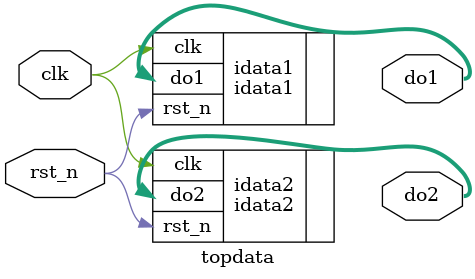
<source format=v>
module topdata(
    input clk,
    input rst_n,
    output wire [7:0]do1,
    output wire [7:0]do2
);
    idata1 idata1(.clk(clk),.rst_n(rst_n),.do1(do1) );
    idata2 idata2(.clk(clk),.rst_n(rst_n),.do2(do2) );
endmodule // topdata

</source>
